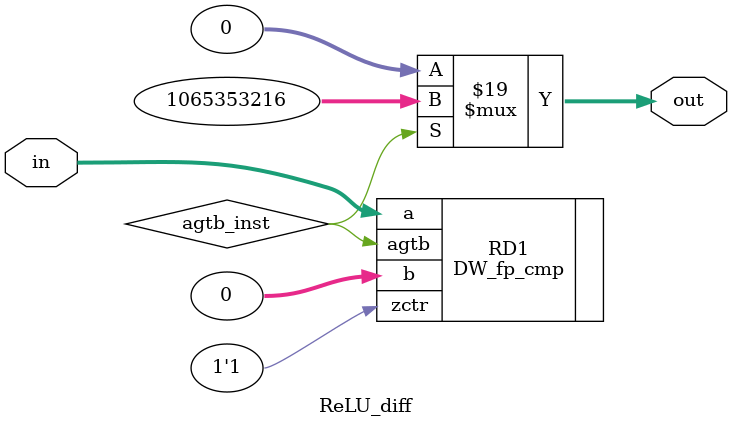
<source format=v>
`include "/usr/synthesis/dw/sim_ver/DW_fp_mult.v"
`include "/usr/synthesis/dw/sim_ver/DW_fp_add.v"
`include "/usr/synthesis/dw/sim_ver/DW_fp_sub.v"
`include "/usr/synthesis/dw/sim_ver/DW_fp_cmp.v"

module NN(
	// Input signals
	clk,
	rst_n,
	in_valid_d,
	in_valid_t,
	in_valid_w1,
	in_valid_w2,
	data_point,
	target,
	weight1,
	weight2,
	// Output signals
	out_valid,
	out
);

//---------------------------------------------------------------------
//   PARAMETER
//---------------------------------------------------------------------

// IEEE floating point paramenters
parameter inst_sig_width = 23;
parameter inst_exp_width = 8;
parameter inst_ieee_compliance = 0;
parameter inst_arch = 2;

// State parameter
parameter [1:0]RESET=2'b00;
parameter [1:0]INPUTWEIGHT=2'b01;
parameter [1:0]INPUTDATA=2'b10;
parameter [1:0]COMPUTE=2'b11;

//---------------------------------------------------------------------
//   INPUT AND OUTPUT DECLARATION
//---------------------------------------------------------------------
input  clk, rst_n, in_valid_d, in_valid_t, in_valid_w1, in_valid_w2;
input [inst_sig_width+inst_exp_width:0] data_point, target;
input [inst_sig_width+inst_exp_width:0] weight1, weight2;
output reg	out_valid;
output reg [inst_sig_width+inst_exp_width:0] out;

//---------------------------------------------------------------------
//   WIRE AND REG DECLARATION
//---------------------------------------------------------------------
reg [inst_sig_width+inst_exp_width:0]data_point_array[0:3]; //(A)
reg [inst_sig_width+inst_exp_width:0]target_store; //(B)
reg [inst_sig_width+inst_exp_width:0]weight1_array[0:11]; //(C)
reg [inst_sig_width+inst_exp_width:0]weight2_array[0:2]; //(D)
reg [inst_sig_width+inst_exp_width:0]Eta; //(E)

reg [inst_sig_width+inst_exp_width:0]weightMdata[0:3];//0 1 2 (0)

reg [inst_sig_width+inst_exp_width:0]weightMdata_2[0:1];//1 2 3 (1)

reg [inst_sig_width+inst_exp_width:0]y1,g_diff;//2 3 4 (2)

reg [inst_sig_width+inst_exp_width:0]EtaMdata[0:3];//3 (3)

reg [inst_sig_width+inst_exp_width:0]weight2My1;//3 4 5 (4)
reg [inst_sig_width+inst_exp_width:0]weight2Mg_diff[0:4];//3 4 5 6 7 8 9(5)
reg [inst_sig_width+inst_exp_width:0]gMEta[0:4];//3 4 5 6 7 8 9(6)
reg [inst_sig_width+inst_exp_width:0]y2;//4 5 6(7)
reg [inst_sig_width+inst_exp_width:0]delta2;//7 8 9 (8)

reg [inst_sig_width+inst_exp_width:0]delta1,delta2MgMEta;//8 9 10 (9)

reg [inst_sig_width+inst_exp_width:0]delta1MdataMEta[0:3];//9 10 11 (10)


reg [3:0]counter;

reg [7:0]round_counter;
reg [4:0]epoch_counter;
reg [2:0]four_epoch_flag;

reg in_state;
reg [1:0]state,next_state;
// CL REG
reg [inst_sig_width+inst_exp_width:0]Mult_A_a,Mult_A_b,Mult_B_a,Mult_B_b,Mult_C_a,Mult_C_b,Mult_D_a,Mult_D_b;
wire [inst_sig_width+inst_exp_width:0]Mult_A_z,Mult_B_z,Mult_C_z,Mult_D_z;

wire [inst_sig_width+inst_exp_width:0]Add_A_z,Add_B_z,Add_C_z,Add_D_z;

wire [inst_sig_width+inst_exp_width:0]g_out,g_diff_out;

reg [inst_sig_width+inst_exp_width:0]Mult_E_a,Mult_E_b,Mult_F_a,Mult_F_b,Mult_G_a,Mult_G_b;
wire [inst_sig_width+inst_exp_width:0]Mult_E_z,Mult_F_z,Mult_G_z;

reg [inst_sig_width+inst_exp_width:0]Sub_E_a,Sub_E_b,Sub_F_a;
wire [inst_sig_width+inst_exp_width:0]Sub_E_z,Sub_F_z;

reg [inst_sig_width+inst_exp_width:0] Sub_A_a,Sub_B_a,Sub_C_a,Sub_D_a;
wire [inst_sig_width+inst_exp_width:0] Sub_A_z,Sub_B_z,Sub_C_z,Sub_D_z;
// integer
integer i;


// SUBMODULE
DW_fp_mult_inst Mult_A(.inst_a(Mult_A_a),.inst_b(Mult_A_b),.z_inst(Mult_A_z));
DW_fp_mult_inst Mult_B(.inst_a(Mult_B_a),.inst_b(Mult_B_b),.z_inst(Mult_B_z));
DW_fp_mult_inst Mult_C(.inst_a(Mult_C_a),.inst_b(Mult_C_b),.z_inst(Mult_C_z));
DW_fp_mult_inst Mult_D(.inst_a(Mult_D_a),.inst_b(Mult_D_b),.z_inst(Mult_D_z));

// (static wiring)
DW_fp_add_inst Add_A(.inst_a(weightMdata[0]),.inst_b(weightMdata[1]),.z_inst(Add_A_z));
DW_fp_add_inst Add_B(.inst_a(weightMdata[2]),.inst_b(weightMdata[3]),.z_inst(Add_B_z));
DW_fp_add_inst Add_C(.inst_a(weightMdata_2[0]),.inst_b(weightMdata_2[1]),.z_inst(Add_C_z));
DW_fp_add_inst Add_D(.inst_a(weight2My1),.inst_b(y2),.z_inst(Add_D_z));

ReLU ReLU1(.in(Add_C_z),.out(g_out));
ReLU_diff ReLU_diff1(.in(Add_C_z),.out(g_diff_out));

DW_fp_mult_inst Mult_E(.inst_a(Mult_E_a),.inst_b(Mult_E_b),.z_inst(Mult_E_z));
DW_fp_mult_inst Mult_F(.inst_a(Mult_F_a),.inst_b(Mult_F_b),.z_inst(Mult_F_z));
DW_fp_mult_inst Mult_G(.inst_a(Mult_G_a),.inst_b(Mult_G_b),.z_inst(Mult_G_z));


DW_fp_sub_inst Sub_A(.inst_a(Sub_A_a),.inst_b(delta1MdataMEta[0]),.z_inst(Sub_A_z));
DW_fp_sub_inst Sub_B(.inst_a(Sub_B_a),.inst_b(delta1MdataMEta[1]),.z_inst(Sub_B_z));
DW_fp_sub_inst Sub_C(.inst_a(Sub_C_a),.inst_b(delta1MdataMEta[2]),.z_inst(Sub_C_z));
DW_fp_sub_inst Sub_D(.inst_a(Sub_D_a),.inst_b(delta1MdataMEta[3]),.z_inst(Sub_D_z));

DW_fp_sub_inst Sub_E(.inst_a(Sub_E_a),.inst_b(Sub_E_b),.z_inst(Sub_E_z));
DW_fp_sub_inst Sub_F(.inst_a(Sub_F_a),.inst_b(delta2MgMEta),.z_inst(Sub_F_z));

// setting up state
always@(negedge rst_n or posedge clk)begin
	if(!rst_n)begin
		state <= RESET;
	end
	else begin
		state <= next_state;
	end
end
// setting up next state(Todo)
always@(*)begin
	if(!rst_n)begin
		next_state = RESET;
	end
	else if(in_valid_w1)begin
		next_state = INPUTWEIGHT;
	end
	else if(in_valid_d)begin
		if (counter==3)begin
			next_state = COMPUTE;
		end
		else begin
			next_state = INPUTDATA;
		end
	end
	else if((state == COMPUTE) && counter=='d13)begin
		next_state = RESET;
	end
	else begin
		next_state = state;
	end
end
// out
always@(negedge rst_n or posedge clk)begin
	if(!rst_n)begin
		out<=0;
	end
	else begin
		case(state)
			RESET:begin
				out<=0;
			end
			COMPUTE:begin
				if(counter=='d12)begin
					out<=y2;
				end
				else if(counter=='d13)begin
					out<=0;
				end
			end
		endcase
	end
end
// out_valid
always@(negedge rst_n or posedge clk)begin
	if(!rst_n)begin
		out_valid<=0;
	end
	else begin
		case(state)
			RESET:begin
				out_valid<=0;
			end
			COMPUTE:begin
				if(counter=='d12)begin
					out_valid<=1'b1;
				end
				else if(counter=='d13)begin
					out_valid<=0;
				end
			end
		endcase
	end
end

//round_counter,epoch_counter,four_epoch_flag;
always@(negedge rst_n or posedge clk)begin
	if(!rst_n)begin
		round_counter<=0;
		epoch_counter<=0;
		four_epoch_flag<=0;
	end
	else begin
		case(state)
			RESET:begin
				if(four_epoch_flag==3'd4)begin
					four_epoch_flag<=0;
				end
				if(round_counter=='d100)begin
					round_counter<=0;
				end
				if(epoch_counter=='d25)begin
					epoch_counter<=0;
					four_epoch_flag<=0;
				end
			end
			COMPUTE:begin
				if((counter=='d13) && (round_counter=='d99))begin
					epoch_counter<=epoch_counter+1;
					four_epoch_flag<=four_epoch_flag+1;
				end
				if(counter=='d13)begin
					round_counter<=round_counter+1;
				end
			end
		endcase
	end
end



//data_point_array(A)
always@(negedge rst_n or posedge clk)begin
	if(!rst_n)begin
		for(i=0;i<4;i=i+1)begin
			data_point_array[i]<=0;
		end
	end
	else if(in_valid_d)begin
		data_point_array[counter]<=data_point;
	end
	else begin
		case(state)
			RESET:begin
				for(i=0;i<4;i=i+1)begin
					data_point_array[i]<=0;
				end
			end
		endcase
	end
end

//target_store(B)
always@(negedge rst_n or posedge clk)begin
	if(!rst_n)begin
		target_store<=0;
	end
	else if(in_valid_t)begin
		target_store<=target;
	end
	else begin
		case(state)
			RESET:begin
				target_store<=0;
			end
		endcase
	end
end

//weight1_array(C)
always@(negedge rst_n or posedge clk)begin
	if(!rst_n)begin
		for(i=0;i<12;i=i+1)begin
			weight1_array[i]<=0;
		end
	end
	else if(in_valid_w1)begin
		weight1_array[counter]<=weight1;
	end
	else begin
		case(state)
			RESET:begin
				if(epoch_counter=='d25)begin
					for(i=0;i<12;i=i+1)begin
						weight1_array[i]<=0;
					end
				end
			end
			COMPUTE:begin
				case(counter)
					32'd10:begin
						weight1_array[0]<=Sub_A_z;
						weight1_array[1]<=Sub_B_z;
						weight1_array[2]<=Sub_C_z;
						weight1_array[3]<=Sub_D_z;
					end
					32'd11:begin
						weight1_array[4]<=Sub_A_z;
						weight1_array[5]<=Sub_B_z;
						weight1_array[6]<=Sub_C_z;
						weight1_array[7]<=Sub_D_z;
					end
					32'd12:begin
						weight1_array[8]<=Sub_A_z;
						weight1_array[9]<=Sub_B_z;
						weight1_array[10]<=Sub_C_z;
						weight1_array[11]<=Sub_D_z;
					end
				endcase
			end
		endcase
	end
end

//weight2_array(D)
always@(negedge rst_n or posedge clk)begin
	if(!rst_n)begin
		for(i=0;i<3;i=i+1)begin
			weight2_array[i]<=0;
		end
	end
	else if(in_valid_w2)begin
		weight2_array[counter]<=weight2;
	end
	else begin
		case(state)
			RESET:begin
				if(epoch_counter=='d25)begin
					for(i=0;i<3;i=i+1)begin
						weight2_array[i]<=0;
					end
				end
			end
			COMPUTE:begin
				case(counter)
					32'd9:begin
						weight2_array[0]<=Sub_F_z;
					end
					32'd10:begin
						weight2_array[1]<=Sub_F_z;
					end
					32'd11:begin
						weight2_array[2]<=Sub_F_z;
					end
				endcase
			end
		endcase
	end
end

//Eta(Todo)(E)
always@(negedge rst_n or posedge clk)begin
	if(!rst_n)begin
		Eta<=32'h358637BD;
	end
	else begin
		case(state)
			RESET:begin
				if(four_epoch_flag==3'd4)begin
					Eta[30:23]<=Eta[30:23]-8'd1;
				end
				if(epoch_counter==25)begin
					Eta<=32'h358637BD;
				end
			end
		endcase
	end
end


//weightMdata (0)
always@(negedge rst_n or posedge clk)begin
	if(!rst_n)begin
		for(i=0;i<4;i=i+1)begin
			weightMdata[i]<=0;
		end
	end
	else begin
		case(state)
			RESET:begin
				for(i=0;i<4;i=i+1)begin
					weightMdata[i]<=0;
				end
			end
			COMPUTE:begin
				case(counter)
					32'd0:begin
						weightMdata[0]<=Mult_A_z;
						weightMdata[1]<=Mult_B_z;
						weightMdata[2]<=Mult_C_z;
						weightMdata[3]<=Mult_D_z;
					end
					32'd1:begin
						weightMdata[0]<=Mult_A_z;
						weightMdata[1]<=Mult_B_z;
						weightMdata[2]<=Mult_C_z;
						weightMdata[3]<=Mult_D_z;
					end
					32'd2:begin
						weightMdata[0]<=Mult_A_z;
						weightMdata[1]<=Mult_B_z;
						weightMdata[2]<=Mult_C_z;
						weightMdata[3]<=Mult_D_z;
					end
				endcase
			end
		endcase
	end	
end

//weightMdata_2 (1)
always@(negedge rst_n or posedge clk)begin
	if(!rst_n)begin
		for(i=0;i<2;i=i+1)begin
			weightMdata_2[i]<=0;
		end
	end
	else begin
		case(state)
			RESET:begin
				for(i=0;i<2;i=i+1)begin
					weightMdata_2[i]<=0;
				end
			end
			COMPUTE:begin
				case(counter)
					32'd1:begin
						weightMdata_2[0]<=Add_A_z;
						weightMdata_2[1]<=Add_B_z;
					end
					32'd2:begin
						weightMdata_2[0]<=Add_A_z;
						weightMdata_2[1]<=Add_B_z;
					end
					32'd3:begin
						weightMdata_2[0]<=Add_A_z;
						weightMdata_2[1]<=Add_B_z;
					end
				endcase
			end
		endcase
	end	
end

//y1,g_diff (2)
always@(negedge rst_n or posedge clk)begin
	if(!rst_n)begin
		y1<=0;
		g_diff<=0;
	end
	else begin
		case(state)
			RESET:begin
				y1<=0;
				g_diff<=0;
			end
			COMPUTE:begin
				case(counter)
					32'd2:begin
						y1<=g_out;
						g_diff<=g_diff_out;
					end
					32'd3:begin
						y1<=g_out;
						g_diff<=g_diff_out;
					end
					32'd4:begin
						y1<=g_out;
						g_diff<=g_diff_out;
					end
				endcase
			end
		endcase
	end	
end

//EtaMdata (3)
always@(negedge rst_n or posedge clk)begin
	if(!rst_n)begin
		for(i=0;i<4;i=i+1)begin
			EtaMdata[i]<=0;
		end
	end
	else begin
		case(state)
			RESET:begin
				for(i=0;i<4;i=i+1)begin
					EtaMdata[i]<=0;
				end
			end
			COMPUTE:begin
				case(counter)
					32'd3:begin
						EtaMdata[0]<=Mult_A_z;
						EtaMdata[1]<=Mult_B_z;
						EtaMdata[2]<=Mult_C_z;
						EtaMdata[3]<=Mult_D_z;
					end
				endcase
			end
		endcase
	end	
end

//weight2My1,weight2Mg_diff[0:4],gMEta[0:4],delta2,y2 (4)(5)(6)(7)(8)
always@(negedge rst_n or posedge clk)begin
	if(!rst_n)begin
		weight2My1<=0;
		for(i=0;i<5;i=i+1)begin
			weight2Mg_diff[i]<=0;
			gMEta[i]<=0;
		end
		y2<=0;
		delta2<=0;
	end
	else begin
		case(state)
			RESET:begin
				weight2My1<=0;
				for(i=0;i<5;i=i+1)begin
					weight2Mg_diff[i]<=0;
					gMEta[i]<=0;
				end
				y2<=0;
				delta2<=0;
			end
			COMPUTE:begin
				case(counter)
					32'd3:begin
						weight2My1<=Mult_E_z;
						weight2Mg_diff[0]<=Mult_F_z;
						gMEta[0]<=Mult_G_z;
						y2<=0;
					end
					32'd4:begin
						weight2My1<=Mult_E_z;
						y2<=Add_D_z;

						weight2Mg_diff[0]<=Mult_F_z;
						weight2Mg_diff[1]<=weight2Mg_diff[0];

						gMEta[0]<=Mult_G_z;
						gMEta[1]<=gMEta[0];
					end
					32'd5:begin
						weight2My1<=Mult_E_z;
						y2<=Add_D_z;

						weight2Mg_diff[0]<=Mult_F_z;
						weight2Mg_diff[1]<=weight2Mg_diff[0];
						weight2Mg_diff[2]<=weight2Mg_diff[1];

						gMEta[0]<=Mult_G_z;
						gMEta[1]<=gMEta[0];
						gMEta[2]<=gMEta[1];
					end
					32'd6:begin
						y2<=Add_D_z;

						weight2Mg_diff[1]<=weight2Mg_diff[0];
						weight2Mg_diff[2]<=weight2Mg_diff[1];
						weight2Mg_diff[3]<=weight2Mg_diff[2];

						gMEta[1]<=gMEta[0];
						gMEta[2]<=gMEta[1];
						gMEta[3]<=gMEta[2];
					end
					32'd7:begin
						delta2<=Sub_E_z;

						
						weight2Mg_diff[2]<=weight2Mg_diff[1];
						weight2Mg_diff[3]<=weight2Mg_diff[2];
						weight2Mg_diff[4]<=weight2Mg_diff[3];

						gMEta[2]<=gMEta[1];
						gMEta[3]<=gMEta[2];
						gMEta[4]<=gMEta[3];
						
					end
					32'd8:begin
						weight2Mg_diff[3]<=weight2Mg_diff[2];
						weight2Mg_diff[4]<=weight2Mg_diff[3];

						gMEta[3]<=gMEta[2];
						gMEta[4]<=gMEta[3];
					end
					32'd9:begin
						weight2Mg_diff[4]<=weight2Mg_diff[3];

						gMEta[4]<=gMEta[3];
					end
				endcase
			end
		endcase
	end	
end

//delta1,delta2MgMEta(9)
always@(negedge rst_n or posedge clk)begin
	if(!rst_n)begin
		delta1<=0;
		delta2MgMEta<=0;
	end
	else begin
		case(state)
			RESET:begin
				delta1<=0;
				delta2MgMEta<=0;
			end
			COMPUTE:begin
				case(counter)
					32'd8:begin
						delta1<=Mult_E_z;
						delta2MgMEta<=Mult_F_z;
					end
					32'd9:begin
						delta1<=Mult_E_z;
						delta2MgMEta<=Mult_F_z;
					end
					32'd10:begin
						delta1<=Mult_E_z;
						delta2MgMEta<=Mult_F_z;
					end
				endcase
			end
		endcase
	end	
end

//delta1MdataMEta[0:3](10)
always@(negedge rst_n or posedge clk)begin
	if(!rst_n)begin
		for(i=0;i<4;i=i+1)begin
			delta1MdataMEta[i]<=0;
		end
	end
	else begin
		case(state)
			RESET:begin
				for(i=0;i<4;i=i+1)begin
					delta1MdataMEta[i]<=0;
				end
			end
			COMPUTE:begin
				case(counter)
					32'd9:begin
						delta1MdataMEta[0]<=Mult_A_z;
						delta1MdataMEta[1]<=Mult_B_z;
						delta1MdataMEta[2]<=Mult_C_z;
						delta1MdataMEta[3]<=Mult_D_z;
					end
					32'd10:begin
						delta1MdataMEta[0]<=Mult_A_z;
						delta1MdataMEta[1]<=Mult_B_z;
						delta1MdataMEta[2]<=Mult_C_z;
						delta1MdataMEta[3]<=Mult_D_z;
					end
					32'd11:begin
						delta1MdataMEta[0]<=Mult_A_z;
						delta1MdataMEta[1]<=Mult_B_z;
						delta1MdataMEta[2]<=Mult_C_z;
						delta1MdataMEta[3]<=Mult_D_z;
					end
				endcase
			end
		endcase
	end	
end



//wiring MultABCD
always@(*)begin
	case(state)
		COMPUTE:begin
			case(counter)
				32'd0:begin
					Mult_A_a=weight1_array[0];
					Mult_B_a=weight1_array[1];
					Mult_C_a=weight1_array[2];
					Mult_D_a=weight1_array[3];
					Mult_A_b=data_point_array[0];
					Mult_B_b=data_point_array[1];
					Mult_C_b=data_point_array[2];
					Mult_D_b=data_point_array[3];
				end
				32'd1:begin
					Mult_A_a=weight1_array[4];
					Mult_B_a=weight1_array[5];
					Mult_C_a=weight1_array[6];
					Mult_D_a=weight1_array[7];
					Mult_A_b=data_point_array[0];
					Mult_B_b=data_point_array[1];
					Mult_C_b=data_point_array[2];
					Mult_D_b=data_point_array[3];
				end
				32'd2:begin
					Mult_A_a=weight1_array[8];
					Mult_B_a=weight1_array[9];
					Mult_C_a=weight1_array[10];
					Mult_D_a=weight1_array[11];
					Mult_A_b=data_point_array[0];
					Mult_B_b=data_point_array[1];
					Mult_C_b=data_point_array[2];
					Mult_D_b=data_point_array[3];
				end

				32'd3:begin
					Mult_A_a=Eta;
					Mult_B_a=Eta;
					Mult_C_a=Eta;
					Mult_D_a=Eta;
					Mult_A_b=data_point_array[0];
					Mult_B_b=data_point_array[1];
					Mult_C_b=data_point_array[2];
					Mult_D_b=data_point_array[3];
				end

				32'd9:begin
					Mult_A_a=delta1;
					Mult_B_a=delta1;
					Mult_C_a=delta1;
					Mult_D_a=delta1;
					Mult_A_b=EtaMdata[0];
					Mult_B_b=EtaMdata[1];
					Mult_C_b=EtaMdata[2];
					Mult_D_b=EtaMdata[3];
				end
				32'd10:begin
					Mult_A_a=delta1;
					Mult_B_a=delta1;
					Mult_C_a=delta1;
					Mult_D_a=delta1;
					Mult_A_b=EtaMdata[0];
					Mult_B_b=EtaMdata[1];
					Mult_C_b=EtaMdata[2];
					Mult_D_b=EtaMdata[3];
				end
				32'd11:begin
					Mult_A_a=delta1;
					Mult_B_a=delta1;
					Mult_C_a=delta1;
					Mult_D_a=delta1;
					Mult_A_b=EtaMdata[0];
					Mult_B_b=EtaMdata[1];
					Mult_C_b=EtaMdata[2];
					Mult_D_b=EtaMdata[3];
				end
				default:begin
					Mult_A_a=0;
					Mult_B_a=0;
					Mult_C_a=0;
					Mult_D_a=0;
					Mult_A_b=0;
					Mult_B_b=0;
					Mult_C_b=0;
					Mult_D_b=0;
				end
			endcase
		end
		default:begin
			Mult_A_a=0;
			Mult_B_a=0;
			Mult_C_a=0;
			Mult_D_a=0;
			Mult_A_b=0;
			Mult_B_b=0;
			Mult_C_b=0;
			Mult_D_b=0;
		end
	endcase
end

//wiring MultEFG
always@(*)begin
	case(state)
		COMPUTE:begin
			case(counter)
				32'd3:begin
					Mult_E_a=weight2_array[0];
					Mult_F_a=weight2_array[0];
					Mult_G_a=Eta;
					Mult_E_b=y1;
					Mult_F_b=g_diff;
					Mult_G_b=y1;
				end
				32'd4:begin
					Mult_E_a=weight2_array[1];
					Mult_F_a=weight2_array[1];
					Mult_G_a=Eta;
					Mult_E_b=y1;
					Mult_F_b=g_diff;
					Mult_G_b=y1;
				end
				32'd5:begin
					Mult_E_a=weight2_array[2];
					Mult_F_a=weight2_array[2];
					Mult_G_a=Eta;
					Mult_E_b=y1;
					Mult_F_b=g_diff;
					Mult_G_b=y1;
				end
				32'd8:begin
					Mult_E_a=delta2;
					Mult_F_a=delta2;
					Mult_G_a=0;
					Mult_E_b=weight2Mg_diff[4];
					Mult_F_b=gMEta[4];
					Mult_G_b=0;
				end
				32'd9:begin
					Mult_E_a=delta2;
					Mult_F_a=delta2;
					Mult_G_a=0;
					Mult_E_b=weight2Mg_diff[4];
					Mult_F_b=gMEta[4];
					Mult_G_b=0;
				end
				32'd10:begin
					Mult_E_a=delta2;
					Mult_F_a=delta2;
					Mult_G_a=0;
					Mult_E_b=weight2Mg_diff[4];
					Mult_F_b=gMEta[4];
					Mult_G_b=0;
				end
				default:begin
					Mult_E_a=0;
					Mult_F_a=0;
					Mult_G_a=0;
					Mult_E_b=0;
					Mult_F_b=0;
					Mult_G_b=0;
				end
			endcase
		end
		default:begin
			Mult_E_a=0;
			Mult_F_a=0;
			Mult_G_a=0;
			Mult_E_b=0;
			Mult_F_b=0;
			Mult_G_b=0;
		end
	endcase
end

//wiring SubABCD
always@(*)begin
	case(state)
		COMPUTE:begin
			case(counter)
				4'd10:begin
					Sub_A_a=weight1_array[0];
					Sub_B_a=weight1_array[1];
					Sub_C_a=weight1_array[2];
					Sub_D_a=weight1_array[3];
				end
				4'd11:begin
					Sub_A_a=weight1_array[4];
					Sub_B_a=weight1_array[5];
					Sub_C_a=weight1_array[6];
					Sub_D_a=weight1_array[7];
				end
				4'd12:begin
					Sub_A_a=weight1_array[8];
					Sub_B_a=weight1_array[9];
					Sub_C_a=weight1_array[10];
					Sub_D_a=weight1_array[11];
				end
				default:begin
					Sub_A_a=0;
					Sub_B_a=0;
					Sub_C_a=0;
					Sub_D_a=0;
				end
			endcase
		end
		default:begin
			Sub_A_a=0;
			Sub_B_a=0;
			Sub_C_a=0;
			Sub_D_a=0;
		end
	endcase
end

//wiring SubE
always@(*)begin
	case(state)
		COMPUTE:begin
			case(counter)
				4'd7:begin
					Sub_E_a=y2;
					Sub_E_b=target_store;
				end
				default:begin
					Sub_E_a=0;
					Sub_E_b=0;
				end
			endcase
		end
		default:begin
			Sub_E_a=0;
			Sub_E_b=0;
		end
	endcase
end
//wiring SubF
always@(*)begin
	case(state)
		COMPUTE:begin
			case(counter)
				4'd9:begin
					Sub_F_a=weight2_array[0];
				end
				4'd10:begin
					Sub_F_a=weight2_array[1];
				end
				4'd11:begin
					Sub_F_a=weight2_array[2];
				end
				default:begin
					Sub_F_a=0;
				end
			endcase
		end
		default:begin
			Sub_F_a=0;
		end
	endcase
end

//counter
always@(negedge rst_n or posedge clk)begin
	if(!rst_n)begin
		counter<=0;
	end
	else begin
		case(state)
			RESET:begin
				if(in_valid_w1)begin
					counter<=counter+1;
				end
				else if(in_valid_d)begin
					counter<=counter+1;
				end
				else begin
					counter<=0;
				end
			end
			INPUTWEIGHT:begin
				if(!in_valid_w1 && !in_valid_d)begin
					counter<=0;
				end
				else if(in_valid_d)begin
					counter<=counter+1;
				end
				else if(in_valid_w1)begin
					counter<=counter+1;
				end
			end
			INPUTDATA:begin
				if(in_valid_d && (counter==3))begin
					counter<=0;
				end
				else begin
					counter<=counter+1;
				end
			end
			COMPUTE:begin
				if(counter==13)begin
					counter<=0;
				end
				else begin
					counter<=counter+1;
				end
			end
		endcase
	end	
end

endmodule




//---------------------------------------------------------------------
//   DesignWare
//---------------------------------------------------------------------
module DW_fp_mult_inst(inst_a,inst_b,z_inst);
	
	// IEEE floating point paramenters
	parameter inst_sig_width = 23;
	parameter inst_exp_width = 8;
	parameter inst_ieee_compliance = 0;
	parameter inst_arch = 2;

	// INPUT AND OUTPUT DECLARATION
	input [inst_sig_width+inst_exp_width:0]inst_a,inst_b;
	output [inst_sig_width+inst_exp_width:0]z_inst;


	DW_fp_mult #(inst_sig_width,inst_exp_width,inst_ieee_compliance)
		M1 ( .a(inst_a), .b(inst_b), .rnd(3'b000), .z(z_inst));

endmodule

module DW_fp_add_inst(inst_a,inst_b,z_inst);

	// IEEE floating point paramenters
	parameter inst_sig_width = 23;
	parameter inst_exp_width = 8;
	parameter inst_ieee_compliance = 0;
	parameter inst_arch = 2;

	// INPUT AND OUTPUT DECLARATION
	input [inst_sig_width+inst_exp_width:0]inst_a,inst_b;
	output [inst_sig_width+inst_exp_width:0]z_inst;

	DW_fp_add #(inst_sig_width,inst_exp_width,inst_ieee_compliance)
		A1 ( .a(inst_a), .b(inst_b), .rnd(3'b000), .z(z_inst));

endmodule

module DW_fp_sub_inst(inst_a,inst_b,z_inst);

	// IEEE floating point paramenters
	parameter inst_sig_width = 23;
	parameter inst_exp_width = 8;
	parameter inst_ieee_compliance = 0;
	parameter inst_arch = 2;

	// INPUT AND OUTPUT DECLARATION
	input [inst_sig_width+inst_exp_width:0]inst_a,inst_b;
	output [inst_sig_width+inst_exp_width:0]z_inst;

	DW_fp_sub #(inst_sig_width,inst_exp_width,inst_ieee_compliance)
		S1 ( .a(inst_a), .b(inst_b), .rnd(3'b000), .z(z_inst));

endmodule

module ReLU(in,out);

	parameter inst_sig_width = 23;
	parameter inst_exp_width = 8;
	parameter ieee_compliance = 0;
	// INPUT AND OUTPUT DECLARATION
	input [inst_sig_width+inst_exp_width:0]in;
	output [inst_sig_width+inst_exp_width:0]out;
	
	DW_fp_cmp #(inst_sig_width, inst_exp_width, ieee_compliance)
		R1 ( .a(in), .b(32'd0), .zctr(1'b0), .z1(out));

endmodule

module ReLU_diff(in,out);

	parameter inst_sig_width = 23;
	parameter inst_exp_width = 8;
	parameter ieee_compliance = 0;
	// INPUT AND OUTPUT DECLARATION
	input [inst_sig_width+inst_exp_width:0]in;
	output reg[inst_sig_width+inst_exp_width:0]out;
	wire aeqb_inst,altb_inst,agtb_inst;

	always@(*)begin
		if(agtb_inst)begin
			out=32'b00111111100000000000000000000000;
		end
		else begin
			out=32'd0;
		end
	end


	DW_fp_cmp #(inst_sig_width, inst_exp_width, ieee_compliance)
		RD1 ( .a(in), .b(32'd0), .zctr(1'b1), .agtb(agtb_inst) );

endmodule
</source>
